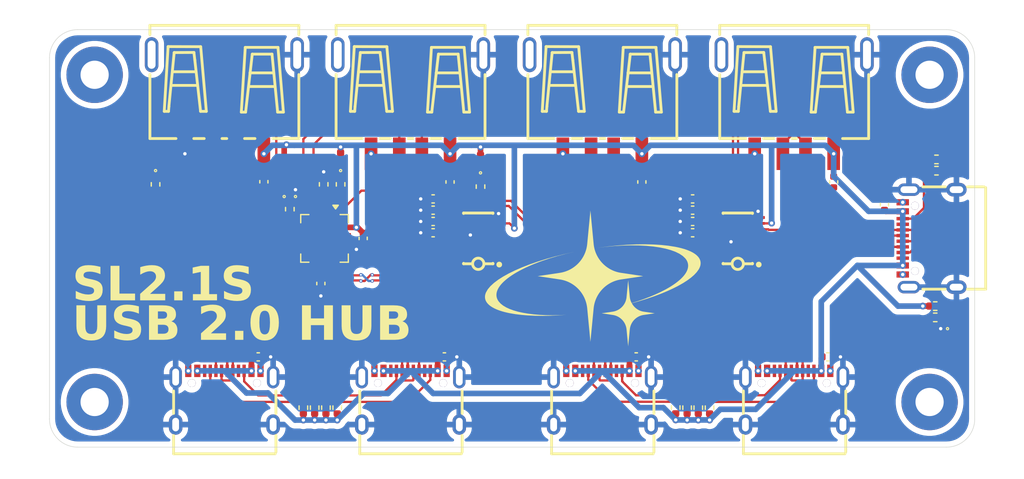
<source format=kicad_pcb>
(kicad_pcb (version 20241229) (generator "pcbnew") (generator_version "9.0")
  (layers (0 "F.Cu" signal) (2 "B.Cu" signal) (13 "F.Paste" user) (15 "B.Paste" user) (5 "F.SilkS" user "F.Silkscreen") (7 "B.SilkS" user "B.Silkscreen") (1 "F.Mask" user) (3 "B.Mask" user) (25 "Edge.Cuts" user))
  (net 0 "")
  (net 1 "GND")
  (net 2 "Net-(U1-VDD33)")
  (net 3 "Net-(U1-VDD18)")
  (net 4 "VBUS")
  (net 5 "Net-(USB1-CC1)")
  (net 6 "Net-(USB1-CC2)")
  (net 7 "Net-(USB2-CC1)")
  (net 8 "Net-(USB2-CC2)")
  (net 9 "Net-(USB3-CC1)")
  (net 10 "Net-(USB3-CC2)")
  (net 11 "Net-(USB4-CC1)")
  (net 12 "Net-(USB4-CC2)")
  (net 13 "Net-(USB5-CC1)")
  (net 14 "Net-(USB5-CC2)")
  (net 15 "/UP_D-")
  (net 16 "/D3-")
  (net 17 "/D2+")
  (net 19 "/D4+")
  (net 20 "/UP_D+")
  (net 21 "/D1+")
  (net 22 "/D1-")
  (net 23 "/D4-")
  (net 24 "/D2-")
  (net 25 "/D3+")
  (net 36 "Net-(R11-Pad2)")
  (net 37 "Net-(D1-A)")
  (net 38 "Net-(U2-VDD33)")
  (net 39 "Net-(U2-VDD18)")
  (net 40 "Net-(U3-VUSB)")
  (net 41 "/D7+")
  (net 43 "/D8-")
  (net 44 "/D5+")
  (net 45 "/D6+")
  (net 46 "/D7-")
  (net 47 "/D6-")
  (net 48 "/D8+")
  (net 49 "/D5-")
  (net 51 "/LED_UTX")
  (net 52 "/URX")
  (net 53 "/UTX")
  (net 54 "Net-(D2-K)")
  (net 55 "Net-(D3-K)")
  (net 56 "Net-(D4-K)")
  (net 57 "/SDA")
  (net 58 "/LED_URX")
  (net 61 "/SCL")
  (net 62 "Net-(D5-K)")
  (net 63 "/LED_I2C")
  (net 64 "/USB_CFG")
  (net 65 "Net-(U3-~{RST})")
  (footprint "Resistor_SMD:R_0402_1005Metric" (layer "F.Cu") (at 123.4 63.709999 90)
    (property "Reference" "R15" (hide yes))
    (property "Value" "5.1K")
  )
  (footprint "easyeda2kicad:USB-A-TH_10.0QHHTZB6.3" (layer "F.Cu") (at 146 56.61 180)
    (property "Reference" "J1" (hide yes))
    (property "Value" "USB_A")
  )
  (footprint "Capacitor_SMD:C_0402_1005Metric" (layer "F.Cu") (at 171 66 180)
    (property "Reference" "C2" (hide yes))
    (property "Value" "100nF")
  )
  (footprint "Capacitor_SMD:C_0402_1005Metric" (layer "F.Cu") (at 148 65 180)
    (property "Reference" "C15" (hide yes))
    (property "Value" "10uF")
  )
  (footprint "Resistor_SMD:R_0402_1005Metric" (layer "F.Cu") (at 171.5 83.5 -90)
    (property "Reference" "R3" (hide yes))
    (property "Value" "56K")
  )
  (footprint "Resistor_SMD:R_0402_1005Metric" (layer "F.Cu") (at 192.61 62.5)
    (property "Reference" "R1" (hide yes))
    (property "Value" "5.1K")
  )
  (footprint "easyeda2kicad:USB-A-TH_10.0QHHTZB6.3" (layer "F.Cu") (at 180 56.61 180)
    (property "Reference" "J3" (hide yes))
    (property "Value" "USB_A")
  )
  (footprint "Capacitor_SMD:C_0402_1005Metric" (layer "F.Cu") (at 138.05 72.5 -90)
    (property "Reference" "C19" (hide yes))
    (property "Value" "1uF")
  )
  (footprint "Resistor_SMD:R_0402_1005Metric" (layer "F.Cu") (at 139.5 83.5 -90)
    (property "Reference" "R8" (hide yes))
    (property "Value" "56K")
  )
  (footprint "Capacitor_SMD:C_0402_1005Metric" (layer "F.Cu") (at 171 65 180)
    (property "Reference" "C1" (hide yes))
    (property "Value" "10uF")
  )
  (footprint "Capacitor_SMD:C_0402_1005Metric" (layer "F.Cu") (at 148 66 180)
    (property "Reference" "C16" (hide yes))
    (property "Value" "100nF")
  )
  (footprint "MountingHole:MountingHole_2.5mm_Pad_TopBottom" (layer "F.Cu") (at 118 54)
    (property "Reference" "H3" (hide yes))
    (property "Value" "MountingHole_Pad_MP")
  )
  (footprint "LED_SMD:LED_0402_1005Metric" (layer "F.Cu") (at 139.8 61.4 90)
    (property "Reference" "D3" (hide yes))
    (property "Value" "LED")
  )
  (footprint "Capacitor_SMD:C_0402_1005Metric" (layer "F.Cu") (at 141.8 68.5 -90)
    (property "Reference" "C20" (hide yes))
    (property "Value" "1uF")
  )
  (footprint "MountingHole:MountingHole_2.5mm_Pad_TopBottom" (layer "F.Cu") (at 118 83)
    (property "Reference" "H4" (hide yes))
    (property "Value" "MountingHole_Pad_MP")
  )
  (footprint "Capacitor_SMD:C_0402_1005Metric" (layer "F.Cu") (at 166.5 63.5 -90)
    (property "Reference" "C6" (hide yes))
    (property "Value" "1uF")
  )
  (footprint "Capacitor_SMD:C_0402_1005Metric" (layer "F.Cu") (at 148 68 180)
    (property "Reference" "C17" (hide yes))
    (property "Value" "10uF")
  )
  (footprint "easyeda2kicad:SSOP-16_L4.6-W2.6-P0.53-LS4.0-BL" (layer "F.Cu") (at 175 68.5 90)
    (property "Reference" "U1" (hide yes))
    (property "Value" "SL2.1S")
  )
  (footprint "Capacitor_SMD:C_0402_1005Metric" (layer "F.Cu") (at 182.98 79)
    (property "Reference" "C14" (hide yes))
    (property "Value" "1uF")
  )
  (footprint "easyeda2kicad:USB-C-SMD_TYPE-C-6PIN-2MD-073" (layer "F.Cu") (at 146 82.62)
    (property "Reference" "USB4" (hide yes))
    (property "Value" "TYPE-C 16PIN 2MD(073)")
  )
  (footprint "MountingHole:MountingHole_2.5mm_Pad_TopBottom" (layer "F.Cu") (at 192 54)
    (property "Reference" "H1" (hide yes))
    (property "Value" "MountingHole_Pad_MP")
  )
  (footprint "Resistor_SMD:R_0402_1005Metric" (layer "F.Cu") (at 136.5 83.5 -90)
    (property "Reference" "R5" (hide yes))
    (property "Value" "56K")
  )
  (footprint "easyeda2kicad:USB-A-TH_10.0QHHTZB6.3" (layer "F.Cu") (at 163 56.61 180)
    (property "Reference" "J4" (hide yes))
    (property "Value" "USB_A")
  )
  (footprint "LED_SMD:LED_0402_1005Metric" (layer "F.Cu") (at 123.4 61.4 90)
    (property "Reference" "D4" (hide yes))
    (property "Value" "LED")
  )
  (footprint "Capacitor_SMD:C_0402_1005Metric" (layer "F.Cu") (at 171 67 180)
    (property "Reference" "C4" (hide yes))
    (property "Value" "100nF")
  )
  (footprint "Resistor_SMD:R_0402_1005Metric" (layer "F.Cu") (at 135.3 65.909999 90)
    (property "Reference" "R16" (hide yes))
    (property "Value" "5.1K")
  )
  (footprint "easyeda2kicad:USB-C-SMD_TYPE-C-6PIN-2MD-073" (layer "F.Cu") (at 129.5 82.62)
    (property "Reference" "USB3" (hide yes))
    (property "Value" "TYPE-C 16PIN 2MD(073)")
  )
  (footprint "LED_SMD:LED_0402_1005Metric" (layer "F.Cu") (at 134.8 63.7 90)
    (property "Reference" "D5" (hide yes))
    (property "Value" "LED")
  )
  (footprint "Package_DFN_QFN:QFN-16-1EP_4x4mm_P0.65mm_EP2.5x2.5mm" (layer "F.Cu") (at 138.375 68.5 -90)
    (property "Reference" "U3" (hide yes))
    (property "Value" "MCP2221AxML")
  )
  (footprint "Capacitor_SMD:C_0402_1005Metric" (layer "F.Cu") (at 133 63.48 -90)
    (property "Reference" "C8" (hide yes))
    (property "Value" "1uF")
  )
  (footprint "Resistor_SMD:R_0402_1005Metric" (layer "F.Cu") (at 138.5 83.5 -90)
    (property "Reference" "R7" (hide yes))
    (property "Value" "56K")
  )
  (footprint "Resistor_SMD:R_0402_1005Metric" (layer "F.Cu") (at 192.5 74.5)
    (property "Reference" "R11" (hide yes))
    (property "Value" "5.1K")
  )
  (footprint "MountingHole:MountingHole_2.5mm_Pad_TopBottom" (layer "F.Cu") (at 192 83)
    (property "Reference" "H2" (hide yes))
    (property "Value" "MountingHole_Pad_MP")
  )
  (footprint "LED_SMD:LED_0402_1005Metric" (layer "F.Cu") (at 152.2 61.6 90)
    (property "Reference" "D2" (hide yes))
    (property "Value" "LED")
  )
  (footprint "Capacitor_SMD:C_0402_1005Metric" (layer "F.Cu") (at 188 65.5 90)
    (property "Reference" "C11" (hide yes))
    (property "Value" "1uF")
  )
  (footprint "Resistor_SMD:R_0402_1005Metric" (layer "F.Cu") (at 152.2 63.909999 90)
    (property "Reference" "R13" (hide yes))
    (property "Value" "5.1K")
  )
  (footprint "Capacitor_SMD:C_0402_1005Metric" (layer "F.Cu") (at 183.5 63.5 -90)
    (property "Reference" "C5" (hide yes))
    (property "Value" "1uF")
  )
  (footprint "LED_SMD:LED_0402_1005Metric" (layer "F.Cu") (at 192.5 76.5 180)
    (property "Reference" "D1" (hide yes))
    (property "Value" "LED")
  )
  (footprint "Resistor_SMD:R_0402_1005Metric" (layer "F.Cu") (at 169.5 83.489289 -90)
    (property "Reference" "R9" (hide yes))
    (property "Value" "56K")
  )
  (footprint "Capacitor_SMD:C_0402_1005Metric" (layer "F.Cu") (at 149 79)
    (property "Reference" "C10" (hide yes))
    (property "Value" "1uF")
  )
  (footprint "Resistor_SMD:R_0402_1005Metric" (layer "F.Cu") (at 170.51 83.5 -90)
    (property "Reference" "R10" (hide yes))
    (property "Value" "56K")
  )
  (footprint "Capacitor_SMD:C_0402_1005Metric" (layer "F.Cu") (at 149.5 63.5 -90)
    (property "Reference" "C7" (hide yes))
    (property "Value" "1uF")
  )
  (footprint "easyeda2kicad:USB-C-SMD_TYPE-C-6PIN-2MD-073" (layer "F.Cu") (at 180 82.62)
    (property "Reference" "USB2" (hide yes))
    (property "Value" "TYPE-C 16PIN 2MD(073)")
  )
  (footprint "Resistor_SMD:R_0402_1005Metric" (layer "F.Cu") (at 138.3 63.709999 90)
    (property "Reference" "SW1" (hide yes))
    (property "Value" "SW_Push_45deg")
  )
  (footprint "easyeda2kicad:USB-C-SMD_TYPE-C-6PIN-2MD-073" (layer "F.Cu") (at 192 68.5 90)
    (property "Reference" "USB1" (hide yes))
    (property "Value" "TYPE-C 16PIN 2MD(073)")
  )
  (footprint "Resistor_SMD:R_0402_1005Metric" (layer "F.Cu") (at 172.5 83.5 -90)
    (property "Reference" "R4" (hide yes))
    (property "Value" "56K")
  )
  (footprint "Capacitor_SMD:C_0402_1005Metric" (layer "F.Cu") (at 132.5 79)
    (property "Reference" "C12" (hide yes))
    (property "Value" "1uF")
  )
  (footprint "easyeda2kicad:USB-C-SMD_TYPE-C-6PIN-2MD-073" (layer "F.Cu") (at 163 82.62)
    (property "Reference" "USB5" (hide yes))
    (property "Value" "TYPE-C 16PIN 2MD(073)")
  )
  (footprint "Resistor_SMD:R_0402_1005Metric" (layer "F.Cu") (at 139.8 63.709999 90)
    (property "Reference" "R14" (hide yes))
    (property "Value" "5.1K")
  )
  (footprint "Resistor_SMD:R_0402_1005Metric" (layer "F.Cu") (at 192.61 61.5)
    (property "Reference" "R2" (hide yes))
    (property "Value" "5.1K")
  )
  (footprint "Capacitor_SMD:C_0402_1005Metric" (layer "F.Cu") (at 148 67 180)
    (property "Reference" "C18" (hide yes))
    (property "Value" "100nF")
  )
  (footprint "Resistor_SMD:R_0402_1005Metric" (layer "F.Cu") (at 192.5 75.5 180)
    (property "Reference" "R12" (hide yes))
    (property "Value" "5.1K")
  )
  (footprint "easyeda2kicad:SSOP-16_L4.6-W2.6-P0.53-LS4.0-BL" (layer "F.Cu") (at 152 68.5 90)
    (property "Reference" "U2" (hide yes))
    (property "Value" "SL2.1S")
  )
  (footprint "Capacitor_SMD:C_0402_1005Metric" (layer "F.Cu") (at 166 79)
    (property "Reference" "C13" (hide yes))
    (property "Value" "1uF")
  )
  (footprint "easyeda2kicad:USB-A-TH_10.0QHHTZB6.3" (layer "F.Cu") (at 129.5 56.61 180)
    (property "Reference" "J2" (hide yes))
    (property "Value" "USB_A")
  )
  (footprint "Capacitor_SMD:C_0402_1005Metric" (layer "F.Cu") (at 171 68 180)
    (property "Reference" "C3" (hide yes))
    (property "Value" "10uF")
  )
  (footprint "LED_SMD:LED_0402_1005Metric" (layer "F.Cu") (at 135.8 63.7 90)
    (property "Reference" "D6" (hide yes))
    (property "Value" "LED")
  )
  (footprint "Resistor_SMD:R_0402_1005Metric" (layer "F.Cu") (at 137.5 83.5 -90)
    (property "Reference" "R6" (hide yes))
    (property "Value" "56K")
  )
  (gr_poly (pts (xy 167.514338 69.038639) (xy 168.210848 69.081785) (xy 168.856983 69.150445) (xy 169.448467 69.24415) (xy 169.722379 69.30025) (xy 169.981024 69.362436) (xy 170.223869 69.43065) (xy 170.450379 69.504835) (xy 170.660019 69.584931) (xy 170.852256 69.67088) (xy 171.026553 69.762624) (xy 171.182378 69.860105) (xy 171.319196 69.963265) (xy 171.436472 70.072044) (xy 171.533671 70.186385) (xy 171.61026 70.30623) (xy 171.665704 70.431519) (xy 171.699468 70.562195) (xy 171.697616 70.560343) (xy 171.708642 70.673654) (xy 171.703718 70.788465) (xy 171.683142 70.90464) (xy 171.647208 71.02204) (xy 171.596212 71.140528) (xy 171.530452 71.259967) (xy 171.355819 71.501144) (xy 171.125678 71.744469) (xy 170.842398 71.988842) (xy 170.508346 72.233161) (xy 170.125891 72.476323) (xy 169.697402 72.717229) (xy 169.225247 72.954776) (xy 168.711794 73.187862) (xy 168.159413 73.415387) (xy 167.570471 73.636249) (xy 166.947336 73.849346) (xy 166.292378 74.053577) (xy 165.607965 74.247841) (xy 165.649444 74.319544) (xy 165.69463 74.38869) (xy 165.743407 74.455106) (xy 165.795662 74.518621) (xy 165.851282 74.579066) (xy 165.910151 74.636269) (xy 165.972157 74.690058) (xy 166.037185 74.740264) (xy 166.105122 74.786715) (xy 166.175853 74.82924) (xy 166.249264 74.867668) (xy 166.325242 74.901829) (xy 166.403673 74.931551) (xy 166.484442 74.956664) (xy 166.567436 74.976997) (xy 166.65254 74.992379) (xy 167.641552 75.138694) (xy 166.652539 75.285008) (xy 166.59169 75.295471) (xy 166.531762 75.308417) (xy 166.472811 75.323791) (xy 166.41489 75.341536) (xy 166.358052 75.361597) (xy 166.302353 75.383918) (xy 166.247845 75.408442) (xy 166.194582 75.435113) (xy 166.14262 75.463877) (xy 166.09201 75.494676) (xy 166.042808 75.527455) (xy 165.995067 75.562158) (xy 165.948842 75.598729) (xy 165.904186 75.637112) (xy 165.861152 75.677251) (xy 165.819796 75.71909) (xy 165.780171 75.762573) (xy 165.74233 75.807644) (xy 165.706328 75.854247) (xy 165.672219 75.902326) (xy 165.640056 75.951826) (xy 165.609894 76.00269) (xy 165.581786 76.054863) (xy 165.555787 76.108287) (xy 165.53195 76.162909) (xy 165.510329 76.21867) (xy 165.490979 76.275517) (xy 165.473952 76.333392) (xy 165.459303 76.392239) (xy 165.447086 76.452003) (xy 165.437355 76.512628) (xy 165.430164 76.574058) (xy 165.285701 78.070542) (xy 165.143092 76.574058) (xy 165.135906 76.512628) (xy 165.12619 76.452003) (xy 165.113997 76.392239) (xy 165.09938 76.333392) (xy 165.082392 76.275517) (xy 165.063086 76.218671) (xy 165.041514 76.162909) (xy 165.01773 76.108288) (xy 164.991786 76.054863) (xy 164.963735 76.002691) (xy 164.933631 75.951827) (xy 164.901526 75.902327) (xy 164.867473 75.854247) (xy 164.831525 75.807644) (xy 164.793735 75.762573) (xy 164.754155 75.71909) (xy 164.71284 75.677251) (xy 164.66984 75.637112) (xy 164.625211 75.59873) (xy 164.579003 75.562159) (xy 164.531271 75.527456) (xy 164.482067 75.494677) (xy 164.431445 75.463877) (xy 164.379456 75.435114) (xy 164.326154 75.408442) (xy 164.271592 75.383918) (xy 164.215823 75.361597) (xy 164.158899 75.341536) (xy 164.100874 75.323791) (xy 164.0418 75.308417) (xy 163.98173 75.295471) (xy 163.920718 75.285008) (xy 162.933557 75.138694) (xy 163.920718 74.992379) (xy 163.981567 74.981916) (xy 164.041494 74.968969) (xy 164.100446 74.953596) (xy 164.158367 74.93585) (xy 164.215204 74.91579) (xy 164.270904 74.893469) (xy 164.325412 74.868945) (xy 164.378674 74.842273) (xy 164.430637 74.81351) (xy 164.481246 74.78271) (xy 164.530448 74.749931) (xy 164.578189 74.715228) (xy 164.624414 74.678657) (xy 164.669071 74.640275) (xy 164.712104 74.600136) (xy 164.75346 74.558297) (xy 164.793086 74.514814) (xy 164.830926 74.469743) (xy 164.866928 74.42314) (xy 164.901038 74.37506) (xy 164.9332 74.32556) (xy 164.963362 74.274696) (xy 164.99147 74.222524) (xy 165.017469 74.169099) (xy 165.041306 74.114478) (xy 165.062927 74.058716) (xy 165.082278 74.00187) (xy 165.099304 73.943995) (xy 165.113953 73.885147) (xy 165.12617 73.825383) (xy 165.135901 73.764759) (xy 165.143092 73.703329) (xy 165.285701 72.206845) (xy 165.430164 73.703328) (xy 165.434173 73.739229) (xy 165.439229 73.774706) (xy 165.445295 73.809771) (xy 165.452332 73.844434) (xy 165.460302 73.878706) (xy 165.469167 73.912599) (xy 165.47889 73.946123) (xy 165.489432 73.979288) (xy 165.500755 74.012107) (xy 165.512822 74.044589) (xy 165.525593 74.076745) (xy 165.539033 74.108587) (xy 165.567762 74.17137) (xy 165.598704 74.233024) (xy 166.167539 74.052386) (xy 166.710844 73.862531) (xy 167.226748 73.664402) (xy 167.713379 73.45894) (xy 168.168864 73.247086) (xy 168.591331 73.029781) (xy 168.789599 72.919379) (xy 168.97891 72.807968) (xy 169.15903 72.695664) (xy 169.329727 72.582586) (xy 169.490765 72.468852) (xy 169.64191 72.354579) (xy 169.78293 72.239884) (xy 169.913589 72.124887) (xy 170.033653 72.009703) (xy 170.14289 71.894451) (xy 170.241064 71.779249) (xy 170.327941 71.664213) (xy 170.403289 71.549463) (xy 170.466872 71.435115) (xy 170.518457 71.321288) (xy 170.557809 71.208098) (xy 170.584696 71.095664) (xy 170.598882 70.984103) (xy 170.600133 70.873533) (xy 170.588216 70.764072) (xy 170.556074 70.633826) (xy 170.5051 70.508444) (xy 170.435757 70.387993) (xy 170.348509 70.272539) (xy 170.122151 70.056896) (xy 169.829731 69.86205) (xy 169.474955 69.688539) (xy 169.061528 69.536901) (xy 168.593159 69.407672) (xy 168.073551 69.301389) (xy 167.506411 69.218591) (xy 166.895445 69.159814) (xy 166.244359 69.125594) (xy 165.556859 69.11647) (xy 164.836651 69.132979) (xy 164.087441 69.175657) (xy 163.312935 69.245043) (xy 162.516838 69.341672) (xy 163.42581 69.22194) (xy 164.31006 69.13052) (xy 165.165314 69.066947) (xy 165.987296 69.030754) (xy 166.771729 69.021473)) (fill yes) (layer "F.SilkS"))
  (gr_poly (pts (xy 162.22606 68.993481) (xy 162.240416 69.115482) (xy 162.2598 69.235896) (xy 162.284106 69.354609) (xy 162.313228 69.47151) (xy 162.347061 69.586485) (xy 162.3855 69.699424) (xy 162.42844 69.810213) (xy 162.475774 69.918741) (xy 162.527397 70.024894) (xy 162.583204 70.128562) (xy 162.643089 70.229631) (xy 162.706947 70.32799) (xy 162.774673 70.423525) (xy 162.846161 70.516126) (xy 162.921305 70.605679) (xy 163 70.692072) (xy 163.08214 70.775194) (xy 163.167621 70.854931) (xy 163.256336 70.931172) (xy 163.348181 71.003804) (xy 163.443049 71.072716) (xy 163.540835 71.137794) (xy 163.641434 71.198927) (xy 163.74474 71.256002) (xy 163.850648 71.308908) (xy 163.959052 71.357531) (xy 164.069847 71.40176) (xy 164.182928 71.441482) (xy 164.298188 71.476585) (xy 164.415523 71.506958) (xy 164.534827 71.532486) (xy 164.655994 71.553059) (xy 166.619202 71.845689) (xy 164.655994 72.138319) (xy 164.534827 72.159054) (xy 164.415523 72.184725) (xy 164.298188 72.21522) (xy 164.182928 72.250427) (xy 164.069847 72.290236) (xy 163.959052 72.334534) (xy 163.850648 72.383212) (xy 163.74474 72.436157) (xy 163.641434 72.493258) (xy 163.540835 72.554404) (xy 163.443049 72.619484) (xy 163.348181 72.688387) (xy 163.256336 72.761001) (xy 163.167621 72.837216) (xy 163.08214 72.916919) (xy 163 73) (xy 162.921305 73.086348) (xy 162.846161 73.17585) (xy 162.774673 73.268397) (xy 162.706947 73.363877) (xy 162.643089 73.462178) (xy 162.583204 73.563189) (xy 162.527397 73.666799) (xy 162.475774 73.772897) (xy 162.42844 73.881372) (xy 162.3855 73.992112) (xy 162.347061 74.105007) (xy 162.313228 74.219944) (xy 162.284106 74.336813) (xy 162.2598 74.455502) (xy 162.240416 74.575901) (xy 162.22606 74.697897) (xy 161.94084 77.670491) (xy 161.655618 74.697897) (xy 161.641262 74.575732) (xy 161.621879 74.455177) (xy 161.597573 74.336341) (xy 161.568451 74.219336) (xy 161.534618 74.104274) (xy 161.496179 73.991266) (xy 161.453239 73.880423) (xy 161.405905 73.771856) (xy 161.354282 73.665676) (xy 161.298475 73.561995) (xy 161.23859 73.460924) (xy 161.174731 73.362574) (xy 161.107006 73.267057) (xy 161.035518 73.174483) (xy 160.960374 73.084964) (xy 160.881679 72.998611) (xy 160.799539 72.915536) (xy 160.714058 72.835848) (xy 160.625343 72.759661) (xy 160.533498 72.687085) (xy 160.43863 72.618231) (xy 160.340844 72.55321) (xy 160.240245 72.492135) (xy 160.136939 72.435115) (xy 160.031031 72.382262) (xy 159.922627 72.333688) (xy 159.811832 72.289503) (xy 159.698752 72.24982) (xy 159.583491 72.214748) (xy 159.466156 72.1844) (xy 159.346853 72.158886) (xy 159.225685 72.138319) (xy 157.262478 71.845689) (xy 159.225685 71.553059) (xy 159.346853 71.532323) (xy 159.466156 71.506653) (xy 159.583491 71.476158) (xy 159.698752 71.440951) (xy 159.811832 71.401142) (xy 159.922627 71.356844) (xy 160.031031 71.308166) (xy 160.136939 71.255221) (xy 160.240245 71.19812) (xy 160.340844 71.136974) (xy 160.43863 71.071894) (xy 160.533498 71.002991) (xy 160.625343 70.930377) (xy 160.714058 70.854162) (xy 160.799539 70.774459) (xy 160.881679 70.691378) (xy 160.960374 70.60503) (xy 161.035518 70.515528) (xy 161.107006 70.422981) (xy 161.174731 70.327501) (xy 161.23859 70.2292) (xy 161.298475 70.128189) (xy 161.354282 70.024579) (xy 161.405905 69.91848) (xy 161.453239 69.810006) (xy 161.496179 69.699265) (xy 161.534618 69.586371) (xy 161.568451 69.471434) (xy 161.597573 69.354565) (xy 161.621879 69.235876) (xy 161.641262 69.115477) (xy 161.655618 68.993481) (xy 161.94084 66.020887)) (fill yes) (layer "F.SilkS"))
  (gr_poly (pts (xy 159.738848 69.874614) (xy 159.010678 70.067317) (xy 158.314815 70.275609) (xy 157.654367 70.497865) (xy 157.338396 70.613721) (xy 157.032444 70.732459) (xy 156.736901 70.853876) (xy 156.452155 70.977768) (xy 156.178595 71.103932) (xy 155.916609 71.232164) (xy 155.666586 71.362263) (xy 155.428915 71.494025) (xy 155.203985 71.627246) (xy 154.992183 71.761724) (xy 154.793898 71.897255) (xy 154.60952 72.033636) (xy 154.439437 72.170664) (xy 154.284038 72.308136) (xy 154.14371 72.445849) (xy 154.018843 72.5836) (xy 153.909826 72.721185) (xy 153.817047 72.858401) (xy 153.740894 72.995046) (xy 153.681757 73.130916) (xy 153.640024 73.265808) (xy 153.616083 73.399518) (xy 153.610324 73.531844) (xy 153.623134 73.662583) (xy 153.623134 73.662584) (xy 153.6493 73.773528) (xy 153.689064 73.88096) (xy 153.742142 73.98484) (xy 153.808252 74.085126) (xy 153.97844 74.274761) (xy 154.197367 74.449545) (xy 154.462773 74.609158) (xy 154.772399 74.75328) (xy 155.123984 74.88159) (xy 155.515269 74.993768) (xy 155.943993 75.089495) (xy 156.407897 75.16845) (xy 156.90472 75.230313) (xy 157.432204 75.274764) (xy 157.988087 75.301483) (xy 158.57011 75.310149) (xy 159.176013 75.300443) (xy 159.803536 75.272044) (xy 159.071218 75.323271) (xy 158.363776 75.354219) (xy 157.683947 75.365183) (xy 157.034469 75.356458) (xy 156.418078 75.328341) (xy 155.837513 75.281127) (xy 155.295511 75.215112) (xy 154.794808 75.130591) (xy 154.5608 75.081483) (xy 154.338144 75.02786) (xy 154.127181 74.969759) (xy 153.928254 74.907216) (xy 153.741705 74.840268) (xy 153.567877 74.768953) (xy 153.407111 74.693307) (xy 153.25975 74.613367) (xy 153.126135 74.529171) (xy 153.00661 74.440755) (xy 152.901516 74.348156) (xy 152.811195 74.251412) (xy 152.735989 74.150558) (xy 152.676242 74.045633) (xy 152.632294 73.936673) (xy 152.604488 73.823714) (xy 152.592986 73.692592) (xy 152.602631 73.55947) (xy 152.632972 73.424564) (xy 152.68356 73.288086) (xy 152.843683 73.011275) (xy 153.079403 72.730753) (xy 153.387127 72.448235) (xy 153.76326 72.165434) (xy 154.204206 71.884065) (xy 154.706372 71.605844) (xy 155.266161 71.332485) (xy 155.879981 71.065701) (xy 156.544235 70.807209) (xy 157.25533 70.558723) (xy 158.00967 70.321956) (xy 158.803661 70.098625) (xy 159.633707 69.890443) (xy 160.496215 69.699125)) (fill yes) (layer "F.SilkS"))
  (gr_line (start 193.5 87) (end 116.5 87) (stroke (width 0.05)) (layer "Edge.Cuts"))
  (gr_arc (start 193.5 50) (mid 195.267767 50.732233) (end 196 52.5) (stroke (width 0.05)) (layer "Edge.Cuts"))
  (gr_arc (start 116.5 87) (mid 114.732233 86.267767) (end 114 84.5) (stroke (width 0.05)) (layer "Edge.Cuts"))
  (gr_line (start 114 84.5) (end 114 52.5) (stroke (width 0.05)) (layer "Edge.Cuts"))
  (gr_arc (start 196 84.5) (mid 195.267767 86.267767) (end 193.5 87) (stroke (width 0.05)) (layer "Edge.Cuts"))
  (gr_line (start 116.5 50) (end 193.5 50) (stroke (width 0.05)) (layer "Edge.Cuts"))
  (gr_line (start 196 52.5) (end 196 84.5) (stroke (width 0.05)) (layer "Edge.Cuts"))
  (gr_arc (start 114 52.5) (mid 114.732233 50.732233) (end 116.5 50) (stroke (width 0.05)) (layer "Edge.Cuts"))
  (gr_text "USB 2.0 HUB" (at 116 78 0) (layer "F.SilkS") (effects (font (size 3 3) (thickness 0.1)) (justify left bottom)))
  (gr_text "SL2.1S" (at 116 74.5 0) (layer "F.SilkS") (effects (font (size 3 3) (thickness 0.1)) (justify left bottom)))
  (segment (start 150.2 68.24) (end 151.26 68.24) (width 0.2) (layer "F.Cu") (net 1))
  (segment (start 173.84 68.24) (end 174.4 68.8) (width 0.2) (layer "F.Cu") (net 1))
  (segment (start 153.8 66.65) (end 153.8 66.3) (width 0.2) (layer "F.Cu") (net 1))
  (segment (start 166.48 79) (end 167.1 79) (width 0.5) (layer "F.Cu") (net 1))
  (segment (start 183.46 79) (end 184.1 79) (width 0.5) (layer "F.Cu") (net 1))
  (segment (start 170.52 67) (end 169.9 67) (width 0.5) (layer "F.Cu") (net 1))
  (segment (start 138.05 72.98) (end 138.05 73.6) (width 0.5) (layer "F.Cu") (net 1))
  (segment (start 141.304999 69.475001) (end 141.8 68.98) (width 0.5) (layer "F.Cu") (net 1))
  (segment (start 170.52 66) (end 169.9 66) (width 0.5) (layer "F.Cu") (net 1))
  (segment (start 151.26 68.24) (end 151.3 68.2) (width 0.2) (layer "F.Cu") (net 1))
  (segment (start 170.52 65) (end 169.9 65) (width 0.5) (layer "F.Cu") (net 1))
  (segment (start 147.52 66) (end 146.9 66) (width 0.5) (layer "F.Cu") (net 1))
  (segment (start 147.52 65) (end 146.9 65) (width 0.5) (layer "F.Cu") (net 1))
  (segment (start 173.2 68.24) (end 173.84 68.24) (width 0.2) (layer "F.Cu") (net 1))
  (segment (start 176.8 66.65) (end 176.8 66.1) (width 0.2) (layer "F.Cu") (net 1))
  (segment (start 149.48 79) (end 150.1 79) (width 0.5) (layer "F.Cu") (net 1))
  (segment (start 141.2 69.475001) (end 141.304999 69.475001) (width 0.5) (layer "F.Cu") (net 1))
  (segment (start 170.52 68) (end 169.9 68) (width 0.5) (layer "F.Cu") (net 1))
  (segment (start 147.52 68) (end 146.9 68) (width 0.5) (layer "F.Cu") (net 1))
  (segment (start 138.3 63.2) (end 138.3 62.6) (width 0.5) (layer "F.Cu") (net 1))
  (segment (start 140.3125 69.475001) (end 141.2 69.475001) (width 0.5) (layer "F.Cu") (net 1))
  (segment (start 132.98 79) (end 133.6 79) (width 0.5) (layer "F.Cu") (net 1))
  (segment (start 147.52 67) (end 146.9 67) (width 0.5) (layer "F.Cu") (net 1))
  (via (at 169.9 65) (size 0.6) (drill 0.3) (layers "F.Cu" "B.Cu") (net 1))
  (via (at 146.9 66) (size 0.6) (drill 0.3) (layers "F.Cu" "B.Cu") (net 1))
  (via (at 126 61) (size 0.6) (drill 0.3) (layers "F.Cu" "B.Cu") (net 1))
  (via (at 176.8 66.1) (size 0.6) (drill 0.3) (layers "F.Cu" "B.Cu") (net 1))
  (via (at 126.3 80.24) (size 0.6) (drill 0.3) (layers "F.Cu" "B.Cu") (net 1))
  (via (at 166.2 80.24) (size 0.6) (drill 0.3) (layers "F.Cu" "B.Cu") (net 1))
  (via (at 189.62 71.7) (size 0.6) (drill 0.3) (layers "F.Cu" "B.Cu") (net 1))
  (via (at 150.1 79) (size 0.6) (drill 0.3) (layers "F.Cu" "B.Cu") (net 1))
  (via (at 189.62 65.3) (size 0.6) (drill 0.3) (layers "F.Cu" "B.Cu") (net 1))
  (via (at 135.8 64.185) (size 0.6) (drill 0.3) (layers "F.Cu" "B.Cu") (net 1))
  (via (at 146.9 68) (size 0.6) (drill 0.3) (layers "F.Cu" "B.Cu") (net 1))
  (via (at 149.2 80.24) (size 0.6) (drill 0.3) (layers "F.Cu" "B.Cu") (net 1))
  (via (at 138.3 62.6) (size 0.6) (drill 0.3) (layers "F.Cu" "B.Cu") (net 1))
  (via (at 159.8 80.24) (size 0.6) (drill 0.3) (layers "F.Cu" "B.Cu") (net 1))
  (via (at 132.7 80.24) (size 0.6) (drill 0.3) (layers "F.Cu" "B.Cu") (net 1))
  (via (at 174.4 68.8) (size 0.6) (drill 0.3) (layers "F.Cu" "B.Cu") (net 1))
  (via (at 176.8 80.24) (size 0.6) (drill 0.3) (layers "F.Cu" "B.Cu") (net 1))
  (via (at 151.3 68.2) (size 0.6) (drill 0.3) (layers "F.Cu" "B.Cu") (net 1))
  (via (at 138.05 73.6) (size 0.6) (drill 0.3) (layers "F.Cu" "B.Cu") (net 1))
  (via (at 192.985 76.5) (size 0.6) (drill 0.3) (layers "F.Cu" "B.Cu") (net 1))
  (via (at 184.1 79) (size 0.6) (drill 0.3) (layers "F.Cu" "B.Cu") (net 1))
  (via (at 169.9 67) (size 0.6) (drill 0.3) (layers "F.Cu" "B.Cu") (net 1))
  (via (at 146.9 65) (size 0.6) (drill 0.3) (layers "F.Cu" "B.Cu") (net 1))
  (via (at 176.5 61) (size 0.6) (drill 0.3) (layers "F.Cu" "B.Cu") (net 1))
  (via (at 169.9 68) (size 0.6) (drill 0.3) (layers "F.Cu" "B.Cu") (net 1))
  (via (at 146.9 67) (size 0.6) (drill 0.3) (layers "F.Cu" "B.Cu") (net 1))
  (via (at 167.1 79) (size 0.6) (drill 0.3) (layers "F.Cu" "B.Cu") (net 1))
  (via (at 159.5 61) (size 0.6) (drill 0.3) (layers "F.Cu" "B.Cu") (net 1))
  (via (at 169.9 66) (size 0.6) (drill 0.3) (layers "F.Cu" "B.Cu") (net 1))
  (via (at 133.6 79) (size 0.6) (drill 0.3) (layers "F.Cu" "B.Cu") (net 1))
  (via (at 142.8 80.24) (size 0.6) (drill 0.3) (layers "F.Cu" "B.Cu") (net 1))
  (via (at 142.5 61) (size 0.6) (drill 0.3) (layers "F.Cu" "B.Cu") (net 1))
  (via (at 183.2 80.24) (size 0.6) (drill 0.3) (layers "F.Cu" "B.Cu") (net 1))
  (via (at 141.2 69.475001) (size 0.6) (drill 0.3) (layers "F.Cu" "B.Cu") (net 1))
  (via (at 153.8 66.3) (size 0.6) (drill 0.3) (layers "F.Cu" "B.Cu") (net 1))
  (segment (start 172.13 66.65) (end 171.48 66) (width 0.2) (layer "F.Cu") (net 2))
  (segment (start 171.48 65) (end 171.48 66) (width 0.2) (layer "F.Cu") (net 2))
  (segment (start 173.2 66.65) (end 172.13 66.65) (width 0.2) (layer "F.Cu") (net 2))
  (segment (start 173.2 67.17) (end 171.65 67.17) (width 0.2) (layer "F.Cu") (net 3))
  (segment (start 171.48 68) (end 171.48 67) (width 0.2) (layer "F.Cu") (net 3))
  (segment (start 171.65 67.17) (end 171.48 67) (width 0.2) (layer "F.Cu") (net 3))
  (segment (start 171.5 84.009999) (end 171.5 84.6) (width 0.5) (layer "F.Cu") (net 4))
  (segment (start 154.77 67.17) (end 155.2 67.6) (width 0.2) (layer "F.Cu") (net 4))
  (segment (start 139.5 84.009999) (end 139.5 84.6) (width 0.5) (layer "F.Cu") (net 4))
  (segment (start 139.8 60.915) (end 139.8 60.4) (width 0.5) (layer "F.Cu") (net 4))
  (segment (start 131.9 79.12) (end 132.02 79) (width 0.5) (layer "F.Cu") (net 4))
  (segment (start 182.5 79) (end 182.4 79.1) (width 0.5) (layer "F.Cu") (net 4))
  (segment (start 148.4 79.12) (end 148.4 80.24) (width 0.5) (layer "F.Cu") (net 4))
  (segment (start 148.52 79) (end 148.4 79.12) (width 0.5) (layer "F.Cu") (net 4))
  (segment (start 169.5 83.999288) (end 169.5 84.589289) (width 0.5) (layer "F.Cu") (net 4))
  (segment (start 165.4 79.12) (end 165.4 80.24) (width 0.5) (layer "F.Cu") (net 4))
  (segment (start 141.2 67.524999) (end 141.304999 67.524999) (width 0.5) (layer "F.Cu") (net 4))
  (segment (start 149.5 63.02) (end 149.5 61) (width 0.5) (layer "F.Cu") (net 4))
  (segment (start 191.990001 74.5) (end 191.4 74.5) (width 0.5) (layer "F.Cu") (net 4))
  (segment (start 176.8 67.17) (end 177.975 67.17) (width 0.2) (layer "F.Cu") (net 4))
  (segment (start 183.5 63.02) (end 183.5 61) (width 0.5) (layer "F.Cu") (net 4))
  (segment (start 141.304999 67.524999) (end 141.8 68.02) (width 0.5) (layer "F.Cu") (net 4))
  (segment (start 137.5 84.009999) (end 137.5 84.6) (width 0.5) (layer "F.Cu") (net 4))
  (segment (start 166.5 63.02) (end 166.5 61) (width 0.5) (layer "F.Cu") (net 4))
  (segment (start 134.8 60.4) (end 135 60.2) (width 0.5) (layer "F.Cu") (net 4))
  (segment (start 188.12 66.1) (end 189.62 66.1) (width 0.5) (layer "F.Cu") (net 4))
  (segment (start 170.51 84.009999) (end 170.51 84.6) (width 0.5) (layer "F.Cu") (net 4))
  (segment (start 136.5 84.009999) (end 136.5 84.6) (width 0.5) (layer "F.Cu") (net 4))
  (segment (start 182.4 79.1) (end 182.4 80.24) (width 0.5) (layer "F.Cu") (net 4))
  (segment (start 140.3125 67.524999) (end 141.2 67.524999) (width 0.5) (layer "F.Cu") (net 4))
  (segment (start 165.52 79) (end 165.4 79.12) (width 0.5) (layer "F.Cu") (net 4))
  (segment (start 153.8 67.17) (end 154.77 67.17) (width 0.2) (layer "F.Cu") (net 4))
  (segment (start 188 65.98) (end 188.12 66.1) (width 0.5) (layer "F.Cu") (net 4))
  (segment (start 134.8 63.215) (end 134.8 60.4) (width 0.5) (layer "F.Cu") (net 4))
  (segment (start 177.975 67.17) (end 178 67.145) (width 0.2) (layer "F.Cu") (net 4))
  (segment (start 133 63) (end 133 61) (width 0.5) (layer "F.Cu") (net 4))
  (segment (start 138.5 84.009999) (end 138.5 84.6) (width 0.5) (layer "F.Cu") (net 4))
  (segment (start 131.9 80.24) (end 131.9 79.12) (width 0.5) (layer "F.Cu") (net 4))
  (segment (start 152.2 61.115) (end 152.2 60.4) (width 0.5) (layer "F.Cu") (net 4))
  (segment (start 172.5 84.009999) (end 172.5 84.6) (width 0.5) (layer "F.Cu") (net 4))
  (via (at 171.5 84.6) (size 0.6) (drill 0.3) (layers "F.Cu" "B.Cu") (net 4))
  (via (at 189.62 70.9) (size 0.6) (drill 0.3) (layers "F.Cu" "B.Cu") (net 4))
  (via (at 166.5 61) (size 0.6) (drill 0.3) (layers "F.Cu" "B.Cu") (net 4))
  (via (at 131.9 80.24) (size 0.6) (drill 0.3) (layers "F.Cu" "B.Cu") (net 4))
  (via (at 143.6 80.24) (size 0.6) (drill 0.3) (layers "F.Cu" "B.Cu") (net 4))
  (via (at 138.5 84.6) (size 0.6) (drill 0.3) (layers "F.Cu" "B.Cu") (net 4))
  (via (at 152.2 60.4) (size 0.6) (drill 0.3) (layers "F.Cu" "B.Cu") (net 4))
  (via (at 127.1 80.24) (size 0.6) (drill 0.3) (layers "F.Cu" "B.Cu") (net 4))
  (via (at 135 60.2) (size 0.6) (drill 0.3) (layers "F.Cu" "B.Cu") (net 4))
  (via (at 149.5 61) (size 0.6) (drill 0.3) (layers "F.Cu" "B.Cu") (net 4))
  (via (at 148.4 80.24) (size 0.6) (drill 0.3) (layers "F.Cu" "B.Cu") (net 4))
  (via (at 170.51 84.6) (size 0.6) (drill 0.3) (layers "F.Cu" "B.Cu") (net 4))
  (via (at 141.2 67.524999) (size 0.6) (drill 0.3) (layers "F.Cu" "B.Cu") (net 4))
  (via (at 160.6 80.24) (size 0.6) (drill 0.3) (layers "F.Cu" "B.Cu") (net 4))
  (via (at 155.2 67.6) (size 0.6) (drill 0.3) (layers "F.Cu" "B.Cu") (net 4))
  (via (at 172.5 84.6) (size 0.6) (drill 0.3) (layers "F.Cu" "B.Cu") (net 4))
  (via (at 165.4 80.24) (size 0.6) (drill 0.3) (layers "F.Cu" "B.Cu") (net 4))
  (via (at 189.62 66.1) (size 0.6) (drill 0.3) (layers "F.Cu" "B.Cu") (net 4))
  (via (at 137.5 84.6) (size 0.6) (drill 0.3) (layers "F.Cu" "B.Cu") (net 4))
  (via (at 139.8 60.4) (size 0.6) (drill 0.3) (layers "F.Cu" "B.Cu") (net 4))
  (via (at 182.4 80.24) (size 0.6) (drill 0.3) (layers "F.Cu" "B.Cu") (net 4))
  (via (at 136.5 84.6) (size 0.6) (drill 0.3) (layers "F.Cu" "B.Cu") (net 4))
  (via (at 183.5 61) (size 0.6) (drill 0.3) (layers "F.Cu" "B.Cu") (net 4))
  (via (at 191.4 74.5) (size 0.6) (drill 0.3) (layers "F.Cu" "B.Cu") (net 4))
  (via (at 169.5 84.589289) (size 0.6) (drill 0.3) (layers "F.Cu" "B.Cu") (net 4))
  (via (at 133 61) (size 0.6) (drill 0.3) (layers "F.Cu" "B.Cu") (net 4))
  (via (at 177.6 80.24) (size 0.6) (drill 0.3) (layers "F.Cu" "B.Cu") (net 4))
  (via (at 139.5 84.6) (size 0.6) (drill 0.3) (layers "F.Cu" "B.Cu") (net 4))
  (via (at 178 67.145) (size 0.6) (drill 0.3) (layers "F.Cu" "B.Cu") (net 4))
  (segment (start 160.999 82.241) (end 163 80.24) (width 0.5) (layer "B.Cu") (net 4))
  (segment (start 136.5 84.6) (end 135.764372 84.6) (width 0.5) (layer "B.Cu") (net 4))
  (segment (start 133.364372 82.2) (end 131.46 82.2) (width 0.5) (layer "B.Cu") (net 4))
  (segment (start 139.5 84.6) (end 141.859 82.241) (width 0.5) (layer "B.Cu") (net 4))
  (segment (start 155.2 60.249) (end 165.749 60.249) (width 0.5) (layer "B.Cu") (net 4))
  (segment (start 135.7 60.249) (end 141.2 60.249) (width 0.5) (layer "B.Cu") (net 4))
  (segment (start 183.5 63) (end 183.5 61) (width 0.5) (layer "B.Cu") (net 4))
  (segment (start 146 80.24) (end 148.001 82.241) (width 0.5) (layer "B.Cu") (net 4))
  (segment (start 129.5 80.24) (end 127.1 80.24) (width 0.5) (layer "B.Cu") (net 4))
  (segment (start 131.46 82.2) (end 129.5 80.24) (width 0.5) (layer "B.Cu") (net 4))
  (segment (start 178 60.249) (end 182.749 60.249) (width 0.5) (layer "B.Cu") (net 4))
  (segment (start 141.859 82.241) (end 143.999 82.241) (width 0.5) (layer "B.Cu") (net 4))
  (segment (start 172.489289 84.589289) (end 172.5 84.6) (width 0.5) (layer "B.Cu") (net 4))
  (segment (start 141.2 67.524999) (end 141.2 60.249) (width 0.5) (layer "B.Cu") (net 4))
  (segment (start 189.2 74.5) (end 185.6 70.9) (width 0.5) (layer "B.Cu") (net 4))
  (segment (start 163 80.24) (end 166.26 83.5) (width 0.5) (layer "B.Cu") (net 4))
  (segment (start 180 80.24) (end 177.6 80.24) (width 0.5) (layer "B.Cu") (net 4))
  (segment (start 163 80.24) (end 160.6 80.24) (width 0.5) (layer "B.Cu") (net 4))
  (segment (start 141.2 60.249) (end 148.749 60.249) (width 0.5) (layer "B.Cu") (net 4))
  (segment (start 150.251 60.249) (end 151.4 60.249) (width 0.5) (layer "B.Cu") (net 4))
  (segment (start 186.6 66.1) (end 183.5 63) (width 0.5) (layer "B.Cu") (net 4))
  (segment (start 172.5 84.6) (end 173.451 83.649) (width 0.5) (layer "B.Cu") (net 4))
  (segment (start 133.751 60.249) (end 135.7 60.249) (width 0.5) (layer "B.Cu") (net 4))
  (segment (start 189.62 66.1) (end 189.62 70.9) (width 0.5) (layer "B.Cu") (net 4))
  (segment (start 189.62 70.9) (end 185.6 70.9) (width 0.5) (layer "B.Cu") (net 4))
  (segment (start 173.451 83.649) (end 176.591 83.649) (width 0.5) (layer "B.Cu") (net 4))
  (segment (start 166.26 83.5) (end 168.410711 83.5) (width 0.5) (layer "B.Cu") (net 4))
  (segment (start 178 67.145) (end 178 60.249) (width 0.5) (layer "B.Cu") (net 4))
  (segment (start 143.999 82.241) (end 146 80.24) (width 0.5) (layer "B.Cu") (net 4))
  (segment (start 182.4 74.1) (end 182.4 80.24) (width 0.5) (layer "B.Cu") (net 4))
  (segment (start 191.4 74.5) (end 189.2 74.5) (width 0.5) (layer "B.Cu") (net 4))
  (segment (start 149.5 61) (end 150.251 60.249) (width 0.5) (layer "B.Cu") (net 4))
  (segment (start 148.001 82.241) (end 160.999 82.241) (width 0.5) (layer "B.Cu") (net 4))
  (segment (start 148.749 60.249) (end 149.5 61) (width 0.5) (layer "B.Cu") (net 4))
  (segment (start 182.4 80.24) (end 180 80.24) (width 0.5) (layer "B.Cu") (net 4))
  (segment (start 189.62 66.1) (end 186.6 66.1) (width 0.5) (layer "B.Cu") (net 4))
  (segment (start 139.5 84.6) (end 136.5 84.6) (width 0.5) (layer "B.Cu") (net 4))
  (segment (start 133 61) (end 133.751 60.249) (width 0.5) (layer "B.Cu") (net 4))
  (segment (start 151.4 60.249) (end 155.2 60.249) (width 0.5) (layer "B.Cu") (net 4))
  (segment (start 155.2 67.6) (end 155.2 60.249) (width 0.5) (layer "B.Cu") (net 4))
  (segment (start 169.5 84.589289) (end 172.489289 84.589289) (width 0.5) (layer "B.Cu") (net 4))
  (segment (start 146 80.24) (end 143.6 80.24) (width 0.5) (layer "B.Cu") (net 4))
  (segment (start 165.4 80.24) (end 163 80.24) (width 0.5) (layer "B.Cu") (net 4))
  (segment (start 168.410711 83.5) (end 169.5 84.589289) (width 0.5) (layer "B.Cu") (net 4))
  (segment (start 131.9 80.24) (end 129.5 80.24) (width 0.5) (layer "B.Cu") (net 4))
  (segment (start 166.5 61) (end 167.251 60.249) (width 0.5) (layer "B.Cu") (net 4))
  (segment (start 182.749 60.249) (end 183.5 61) (width 0.5) (layer "B.Cu") (net 4))
  (segment (start 165.749 60.249) (end 166.5 61) (width 0.5) (layer "B.Cu") (net 4))
  (segment (start 176.591 83.649) (end 180 80.24) (width 0.5) (layer "B.Cu") (net 4))
  (segment (start 148.4 80.24) (end 146 80.24) (width 0.5) (layer "B.Cu") (net 4))
  (segment (start 185.6 70.9) (end 182.4 74.1) (width 0.5) (layer "B.Cu") (net 4))
  (segment (start 167.251 60.249) (end 178 60.249) (width 0.5) (layer "B.Cu") (net 4))
  (segment (start 135.764372 84.6) (end 133.364372 82.2) (width 0.5) (layer "B.Cu") (net 4))
  (segment (start 192.1 62.5) (end 192.1 67.9) (width 0.2) (layer "F.Cu") (net 5))
  (segment (start 190.25 69.75) (end 189.619999 69.75) (width 0.2) (layer "F.Cu") (net 5))
  (segment (start 192.1 67.9) (end 190.25 69.75) (width 0.2) (layer "F.Cu") (net 5))
  (segment (start 191.5 65.801364) (end 191.5 62.1) (width 0.2) (layer "F.Cu") (net 6))
  (segment (start 190.551364 66.75) (end 191.5 65.801364) (width 0.2) (layer "F.Cu") (net 6))
  (segment (start 191.5 62.1) (end 192.1 61.5) (width 0.2) (layer "F.Cu") (net 6))
  (segment (start 189.62 66.75) (end 190.551364 66.75) (width 0.2) (layer "F.Cu") (net 6))
  (segment (start 178.75 81.05) (end 177.4 82.4) (width 0.2) (layer "F.Cu") (net 7))
  (segment (start 172.090001 82.4) (end 171.5 82.990001) (width 0.2) (layer "F.Cu") (net 7))
  (segment (start 177.4 82.4) (end 172.090001 82.4) (width 0.2) (layer "F.Cu") (net 7))
  (segment (start 178.75 80.239999) (end 178.75 81.05) (width 0.2) (layer "F.Cu") (net 7))
  (segment (start 181.75 81.041999) (end 181.75 80.24) (width 0.2) (layer "F.Cu") (net 8))
  (segment (start 179.801998 82.990001) (end 181.75 81.041999) (width 0.2) (layer "F.Cu") (net 8))
  (segment (start 172.5 82.990001) (end 179.801998 82.990001) (width 0.2) (layer "F.Cu") (net 8))
  (segment (start 128.25 81.042) (end 128.25 80.24) (width 0.2) (layer "F.Cu") (net 9))
  (segment (start 136.5 82.990001) (end 130.198001 82.990001) (width 0.2) (layer "F.Cu") (net 9))
  (segment (start 130.198001 82.990001) (end 128.25 81.042) (width 0.2) (layer "F.Cu") (net 9))
  (segment (start 132.497637 82.419001) (end 131.25 81.171364) (width 0.2) (layer "F.Cu") (net 10))
  (segment (start 136.929 82.419001) (end 132.497637 82.419001) (width 0.2) (layer "F.Cu") (net 10))
  (segment (start 131.25 81.171364) (end 131.25 80.24) (width 0.2) (layer "F.Cu") (net 10))
  (segment (start 137.5 82.990001) (end 136.929 82.419001) (width 0.2) (layer "F.Cu") (net 10))
  (segment (start 143.372999 82.419001) (end 139.071 82.419001) (width 0.2) (layer "F.Cu") (net 11))
  (segment (start 139.071 82.419001) (end 138.5 82.990001) (width 0.2) (layer "F.Cu") (net 11))
  (segment (start 144.75 81.042) (end 143.372999 82.419001) (width 0.2) (layer "F.Cu") (net 11))
  (segment (start 144.75 80.24) (end 144.75 81.042) (width 0.2) (layer "F.Cu") (net 11))
  (segment (start 139.5 82.990001) (end 145.801999 82.990001) (width 0.2) (layer "F.Cu") (net 12))
  (segment (start 145.801999 82.990001) (end 147.75 81.042) (width 0.2) (layer "F.Cu") (net 12))
  (segment (start 147.75 81.042) (end 147.75 80.24) (width 0.2) (layer "F.Cu") (net 12))
  (segment (start 161.75 81.042) (end 163.68729 82.97929) (width 0.2) (layer "F.Cu") (net 13))
  (segment (start 161.75 80.24) (end 161.75 81.042) (width 0.2) (layer "F.Cu") (net 13))
  (segment (start 163.68729 82.97929) (end 169.5 82.97929) (width 0.2) (layer "F.Cu") (net 13))
  (segment (start 164.75 81.15) (end 164.75 80.24) (width 0.2) (layer "F.Cu") (net 14))
  (segment (start 165.986926 82.40829) (end 164.8 81.221364) (width 0.2) (layer "F.Cu") (net 14))
  (segment (start 164.8 81.221364) (end 164.8 81.2) (width 0.2) (layer "F.Cu") (net 14))
  (segment (start 170.51 82.990001) (end 169.928289 82.40829) (width 0.2) (layer "F.Cu") (net 14))
  (segment (start 169.928289 82.40829) (end 165.986926 82.40829) (width 0.2) (layer "F.Cu") (net 14))
  (segment (start 164.8 81.2) (end 164.75 81.15) (width 0.2) (layer "F.Cu") (net 14))
  (segment (start 188.794999 68.25) (end 188.769999 68.225) (width 0.2) (layer "F.Cu") (net 15))
  (segment (start 188.769999 68.225) (end 178.827794 68.225) (width 0.2) (layer "F.Cu") (net 15))
  (segment (start 188.769 68.275999) (end 188.794999 68.25) (width 0.2) (layer "F.Cu") (net 15))
  (segment (start 188.794999 68.25) (end 189.62 68.25) (width 0.2) (layer "F.Cu") (net 15))
  (segment (start 188.818 69.25) (end 188.769 69.201) (width 0.2) (layer "F.Cu") (net 15))
  (segment (start 177.745001 68.195) (end 177.700001 68.24) (width 0.2) (layer "F.Cu") (net 15))
  (segment (start 178.827794 68.225) (end 178.797794 68.195) (width 0.2) (layer "F.Cu") (net 15))
  (segment (start 177.700001 68.24) (end 176.8 68.24) (width 0.2) (layer "F.Cu") (net 15))
  (segment (start 189.62 69.25) (end 188.818 69.25) (width 0.2) (layer "F.Cu") (net 15))
  (segment (start 188.769 69.201) (end 188.769 68.275999) (width 0.2) (layer "F.Cu") (net 15))
  (segment (start 178.797794 68.195) (end 177.745001 68.195) (width 0.2) (layer "F.Cu") (net 15))
  (segment (start 152.676802 68.195) (end 151.975 67.493198) (width 0.2) (layer "F.Cu") (net 16))
  (segment (start 172.259999 69.86) (end 172.299999 69.82) (width 0.2) (layer "F.Cu") (net 16))
  (segment (start 172.299999 69.82) (end 173.2 69.82) (width 0.2) (layer "F.Cu") (net 16))
  (segment (start 151.975 66.106802) (end 152.906802 65.175) (width 0.2) (layer "F.Cu") (net 16))
  (segment (start 159.578198 69.86) (end 172.259999 69.86) (width 0.2) (layer "F.Cu") (net 16))
  (segment (start 153.8 68.24) (end 153.325 68.24) (width 0.2) (layer "F.Cu") (net 16))
  (segment (start 153.325 68.24) (end 153.28 68.195) (width 0.2) (layer "F.Cu") (net 16))
  (segment (start 153.28 68.195) (end 152.676802 68.195) (width 0.2) (layer "F.Cu") (net 16))
  (segment (start 154.893198 65.175) (end 159.578198 69.86) (width 0.2) (layer "F.Cu") (net 16))
  (segment (start 151.975 67.493198) (end 151.975 66.106802) (width 0.2) (layer "F.Cu") (net 16))
  (segment (start 152.906802 65.175) (end 154.893198 65.175) (width 0.2) (layer "F.Cu") (net 16))
  (segment (start 180.725 71.606802) (end 180.725 79.389999) (width 0.2) (layer "F.Cu") (net 17))
  (segment (start 180.701 81.091) (end 180.75 81.042) (width 0.2) (layer "F.Cu") (net 17))
  (segment (start 180.75 81.042) (end 180.75 80.24) (width 0.2) (layer "F.Cu") (net 17))
  (segment (start 178.978198 69.86) (end 180.725 71.606802) (width 0.2) (layer "F.Cu") (net 17))
  (segment (start 179.75 80.24) (end 179.75 81.042) (width 0.2) (layer "F.Cu") (net 17))
  (segment (start 180.725 79.389999) (end 180.75 79.414999) (width 0.2) (layer "F.Cu") (net 17))
  (segment (start 176.8 69.82) (end 177.700001 69.82) (width 0.2) (layer "F.Cu") (net 17))
  (segment (start 177.700001 69.82) (end 177.740001 69.86) (width 0.2) (layer "F.Cu") (net 17))
  (segment (start 177.740001 69.86) (end 178.978198 69.86) (width 0.2) (layer "F.Cu") (net 17))
  (segment (start 179.799 81.091) (end 180.701 81.091) (width 0.2) (layer "F.Cu") (net 17))
  (segment (start 179.75 81.042) (end 179.799 81.091) (width 0.2) (layer "F.Cu") (net 17))
  (segment (start 180.75 79.414999) (end 180.75 80.24) (width 0.2) (layer "F.Cu") (net 17))
  (segment (start 172.299999 69.3) (end 172.254999 69.255) (width 0.2) (layer "F.Cu") (net 19))
  (segment (start 162 63.160001) (end 162 61) (width 0.2) (layer "F.Cu") (net 19))
  (segment (start 173.2 69.3) (end 172.299999 69.3) (width 0.2) (layer "F.Cu") (net 19))
  (segment (start 162.775 63.935001) (end 162 63.160001) (width 0.2) (layer "F.Cu") (net 19))
  (segment (start 166.436802 69.255) (end 162.775 65.593198) (width 0.2) (layer "F.Cu") (net 19))
  (segment (start 162.775 65.593198) (end 162.775 63.935001) (width 0.2) (layer "F.Cu") (net 19))
  (segment (start 172.254999 69.255) (end 166.436802 69.255) (width 0.2) (layer "F.Cu") (net 19))
  (segment (start 178.97 67.745) (end 177.745001 67.745) (width 0.2) (layer "F.Cu") (net 20))
  (segment (start 177.745001 67.745) (end 177.700001 67.7) (width 0.2) (layer "F.Cu") (net 20))
  (segment (start 190.422 67.75) (end 189.62 67.75) (width 0.2) (layer "F.Cu") (net 20))
  (segment (start 189.62 67.75) (end 188.794999 67.75) (width 0.2) (layer "F.Cu") (net 20))
  (segment (start 189.62 68.75) (end 190.422 68.75) (width 0.2) (layer "F.Cu") (net 20))
  (segment (start 177.700001 67.7) (end 176.8 67.7) (width 0.2) (layer "F.Cu") (net 20))
  (segment (start 188.794999 67.75) (end 188.769999 67.775) (width 0.2) (layer "F.Cu") (net 20))
  (segment (start 188.769999 67.775) (end 179 67.775) (width 0.2) (layer "F.Cu") (net 20))
  (segment (start 190.471 68.701) (end 190.471 67.799) (width 0.2) (layer "F.Cu") (net 20))
  (segment (start 190.471 67.799) (end 190.422 67.75) (width 0.2) (layer "F.Cu") (net 20))
  (segment (start 190.422 68.75) (end 190.471 68.701) (width 0.2) (layer "F.Cu") (net 20))
  (segment (start 179 67.775) (end 178.97 67.745) (width 0.2) (layer "F.Cu") (net 20))
  (segment (start 179.775 59.345) (end 179 60.12) (width 0.2) (layer "F.Cu") (net 21))
  (segment (start 179 60.12) (end 179 61) (width 0.2) (layer "F.Cu") (net 21))
  (segment (start 176.8 68.76) (end 176.325 68.76) (width 0.2) (layer "F.Cu") (net 21))
  (segment (start 179.106802 58.225) (end 179.775 58.893198) (width 0.2) (layer "F.Cu") (net 21))
  (segment (start 175.693198 58.225) (end 179.106802 58.225) (width 0.2) (layer "F.Cu") (net 21))
  (segment (start 176.325 68.76) (end 176.28 68.805) (width 0.2) (layer "F.Cu") (net 21))
  (segment (start 175.025 67.906802) (end 175.025 58.893198) (width 0.2) (layer "F.Cu") (net 21))
  (segment (start 175.923198 68.805) (end 175.025 67.906802) (width 0.2) (layer "F.Cu") (net 21))
  (segment (start 179.775 58.893198) (end 179.775 59.345) (width 0.2) (layer "F.Cu") (net 21))
  (segment (start 175.025 58.893198) (end 175.693198 58.225) (width 0.2) (layer "F.Cu") (net 21))
  (segment (start 176.28 68.805) (end 175.923198 68.805) (width 0.2) (layer "F.Cu") (net 21))
  (segment (start 180.225 59.345) (end 181 60.12) (width 0.2) (layer "F.Cu") (net 22))
  (segment (start 175.736802 69.255) (end 174.575 68.093198) (width 0.2) (layer "F.Cu") (net 22))
  (segment (start 176.325 69.3) (end 176.28 69.255) (width 0.2) (layer "F.Cu") (net 22))
  (segment (start 175.506802 57.775) (end 179.293198 57.775) (width 0.2) (layer "F.Cu") (net 22))
  (segment (start 180.225 58.706802) (end 180.225 59.345) (width 0.2) (layer "F.Cu") (net 22))
  (segment (start 176.28 69.255) (end 175.736802 69.255) (width 0.2) (layer "F.Cu") (net 22))
  (segment (start 174.575 68.093198) (end 174.575 58.706802) (width 0.2) (layer "F.Cu") (net 22))
  (segment (start 179.293198 57.775) (end 180.225 58.706802) (width 0.2) (layer "F.Cu") (net 22))
  (segment (start 176.8 69.3) (end 176.325 69.3) (width 0.2) (layer "F.Cu") (net 22))
  (segment (start 181 60.12) (end 181 61) (width 0.2) (layer "F.Cu") (net 22))
  (segment (start 174.575 58.706802) (end 175.506802 57.775) (width 0.2) (layer "F.Cu") (net 22))
  (segment (start 163.225 63.935001) (end 164 63.160001) (width 0.2) (layer "F.Cu") (net 23))
  (segment (start 163.225 65.406802) (end 163.225 63.935001) (width 0.2) (layer "F.Cu") (net 23))
  (segment (start 172.254999 68.805) (end 166.623198 68.805) (width 0.2) (layer "F.Cu") (net 23))
  (segment (start 172.299999 68.76) (end 172.254999 68.805) (width 0.2) (layer "F.Cu") (net 23))
  (segment (start 173.2 68.76) (end 172.299999 68.76) (width 0.2) (layer "F.Cu") (net 23))
  (segment (start 164 63.160001) (end 164 61) (width 0.2) (layer "F.Cu") (net 23))
  (segment (start 166.623198 68.805) (end 163.225 65.406802) (width 0.2) (layer "F.Cu") (net 23))
  (segment (start 178.791802 70.31) (end 180.275 71.793198) (width 0.2) (layer "F.Cu") (net 24))
  (segment (start 177.700001 70.35) (end 177.740001 70.31) (width 0.2) (layer "F.Cu") (net 24))
  (segment (start 180.275 79.389999) (end 180.25 79.414999) (width 0.2) (layer "F.Cu") (net 24))
  (segment (start 180.25 79.414999) (end 180.25 80.24) (width 0.2) (layer "F.Cu") (net 24))
  (segment (start 177.740001 70.31) (end 178.791802 70.31) (width 0.2) (layer "F.Cu") (net 24))
  (segment (start 176.8 70.35) (end 177.700001 70.35) (width 0.2) (layer "F.Cu") (net 24))
  (segment (start 179.299 79.389) (end 180.201 79.389) (width 0.2) (layer "F.Cu") (net 24))
  (segment (start 180.275 71.793198) (end 180.275 79.389999) (width 0.2) (layer "F.Cu") (net 24))
  (segment (start 180.201 79.389) (end 180.25 79.438) (width 0.2) (layer "F.Cu") (net 24))
  (segment (start 180.25 79.438) (end 180.25 80.24) (width 0.2) (layer "F.Cu") (net 24))
  (segment (start 179.25 80.24) (end 179.25 79.438) (width 0.2) (layer "F.Cu") (net 24))
  (segment (start 179.25 79.438) (end 179.299 79.389) (width 0.2) (layer "F.Cu") (net 24))
  (segment (start 152.425 66.293198) (end 153.093198 65.625) (width 0.2) (layer "F.Cu") (net 25))
  (segment (start 153.325 67.7) (end 153.28 67.745) (width 0.2) (layer "F.Cu") (net 25))
  (segment (start 153.28 67.745) (end 152.863198 67.745) (width 0.2) (layer "F.Cu") (net 25))
  (segment (start 159.391802 70.31) (end 172.259999 70.31) (width 0.2) (layer "F.Cu") (net 25))
  (segment (start 172.299999 70.35) (end 173.2 70.35) (width 0.2) (layer "F.Cu") (net 25))
  (segment (start 152.863198 67.745) (end 152.425 67.306802) (width 0.2) (layer "F.Cu") (net 25))
  (segment (start 152.425 67.306802) (end 152.425 66.293198) (width 0.2) (layer "F.Cu") (net 25))
  (segment (start 153.093198 65.625) (end 154.706802 65.625) (width 0.2) (layer "F.Cu") (net 25))
  (segment (start 154.706802 65.625) (end 159.391802 70.31) (width 0.2) (layer "F.Cu") (net 25))
  (segment (start 172.259999 70.31) (end 172.299999 70.35) (width 0.2) (layer "F.Cu") (net 25))
  (segment (start 153.8 67.7) (end 153.325 67.7) (width 0.2) (layer "F.Cu") (net 25))
  (segment (start 193.009999 74.5) (end 193.009999 75.5) (width 0.2) (layer "F.Cu") (net 36))
  (segment (start 191.990001 75.5) (end 191.990001 76.475001) (width 0.2) (layer "F.Cu") (net 37))
  (segment (start 191.990001 76.475001) (end 192.015 76.5) (width 0.2) (layer "F.Cu") (net 37))
  (segment (start 150.2 66.65) (end 149.13 66.65) (width 0.2) (layer "F.Cu") (net 38))
  (segment (start 148.48 66) (end 148.48 65) (width 0.2) (layer "F.Cu") (net 38))
  (segment (start 149.13 66.65) (end 148.48 66) (width 0.2) (layer "F.Cu") (net 38))
  (segment (start 148.48 67) (end 148.48 68) (width 0.2) (layer "F.Cu") (net 39))
  (segment (start 150.2 67.17) (end 148.65 67.17) (width 0.2) (layer "F.Cu") (net 39))
  (segment (start 148.65 67.17) (end 148.48 67) (width 0.2) (layer "F.Cu") (net 39))
  (segment (start 138.05 72.02) (end 138.05 70.4375) (width 0.2) (layer "F.Cu") (net 40))
  (segment (start 130.225 77.493198) (end 130.225 79.389999) (width 0.2) (layer "F.Cu") (net 41))
  (segment (start 143.893198 75.225) (end 132.493198 75.225) (width 0.2) (layer "F.Cu") (net 41))
  (segment (start 130.25 81.042) (end 130.25 80.24) (width 0.2) (layer "F.Cu") (net 41))
  (segment (start 129.299 81.091) (end 130.201 81.091) (width 0.2) (layer "F.Cu") (net 41))
  (segment (start 149.299999 70.35) (end 149.259999 70.31) (width 0.2) (layer "F.Cu") (net 41))
  (segment (start 130.225 79.389999) (end 130.25 79.414999) (width 0.2) (layer "F.Cu") (net 41))
  (segment (start 130.201 81.091) (end 130.25 81.042) (width 0.2) (layer "F.Cu") (net 41))
  (segment (start 130.25 79.414999) (end 130.25 80.24) (width 0.2) (layer "F.Cu") (net 41))
  (segment (start 129.25 80.24) (end 129.25 81.042) (width 0.2) (layer "F.Cu") (net 41))
  (segment (start 150.2 70.35) (end 149.299999 70.35) (width 0.2) (layer "F.Cu") (net 41))
  (segment (start 149.259999 70.31) (end 148.808198 70.31) (width 0.2) (layer "F.Cu") (net 41))
  (segment (start 129.25 81.042) (end 129.299 81.091) (width 0.2) (layer "F.Cu") (net 41))
  (segment (start 148.808198 70.31) (end 143.893198 75.225) (width 0.2) (layer "F.Cu") (net 41))
  (segment (start 132.493198 75.225) (end 130.225 77.493198) (width 0.2) (layer "F.Cu") (net 41))
  (segment (start 139.906802 72.225) (end 140.6 72.225) (width 0.2) (layer "F.Cu") (net 43))
  (segment (start 138.800001 70.800001) (end 138.800001 71.118199) (width 0.2) (layer "F.Cu") (net 43))
  (segment (start 142.6 71.725) (end 142.475 71.725) (width 0.2) (layer "F.Cu") (net 43))
  (segment (start 149.254999 68.805) (end 148.076802 68.805) (width 0.2) (layer "F.Cu") (net 43))
  (segment (start 148.076802 68.805) (end 145.106803 71.774999) (width 0.2) (layer "F.Cu") (net 43))
  (segment (start 138.7 70.7) (end 138.800001 70.800001) (width 0.2) (layer "F.Cu") (net 43))
  (segment (start 150.2 68.76) (end 149.299999 68.76) (width 0.2) (layer "F.Cu") (net 43))
  (segment (start 138.800001 71.118199) (end 139.906802 72.225) (width 0.2) (layer "F.Cu") (net 43))
  (segment (start 141.925 72.275) (end 141.6 72.275) (width 0.2) (layer "F.Cu") (net 43))
  (segment (start 141.550001 72.225001) (end 141.6 72.275) (width 0.2) (layer "F.Cu") (net 43))
  (segment (start 149.299999 68.76) (end 149.254999 68.805) (width 0.2) (layer "F.Cu") (net 43))
  (segment (start 138.7 70.4375) (end 138.7 70.7) (width 0.2) (layer "F.Cu") (net 43))
  (segment (start 142.649999 71.774999) (end 142.6 71.725) (width 0.2) (layer "F.Cu") (net 43))
  (segment (start 145.106803 71.774999) (end 142.649999 71.774999) (width 0.2) (layer "F.Cu") (net 43))
  (segment (start 140.600001 72.225001) (end 141.550001 72.225001) (width 0.2) (layer "F.Cu") (net 43))
  (segment (start 140.6 72.225) (end 140.600001 72.225001) (width 0.2) (layer "F.Cu") (net 43))
  (segment (start 142.475 71.725) (end 141.925 72.275) (width 0.2) (layer "F.Cu") (net 43))
  (via (at 142.6 71.725) (size 0.3) (drill 0.15) (layers "F.Cu" "B.Cu") (net 43))
  (via (at 141.6 72.275) (size 0.3) (drill 0.15) (layers "F.Cu" "B.Cu") (net 43))
  (segment (start 156.323198 68.805) (end 163.725 76.206802) (width 0.2) (layer "F.Cu") (net 44))
  (segment (start 163.75 81.042) (end 163.75 80.24) (width 0.2) (layer "F.Cu") (net 44))
  (segment (start 154.745001 68.805) (end 156.323198 68.805) (width 0.2) (layer "F.Cu") (net 44))
  (segment (start 162.799 81.091) (end 163.701 81.091) (width 0.2) (layer "F.Cu") (net 44))
  (segment (start 163.725 79.389999) (end 163.75 79.414999) (width 0.2) (layer "F.Cu") (net 44))
  (segment (start 153.8 68.76) (end 154.700001 68.76) (width 0.2) (layer "F.Cu") (net 44))
  (segment (start 162.75 80.24) (end 162.75 81.042) (width 0.2) (layer "F.Cu") (net 44))
  (segment (start 162.75 81.042) (end 162.799 81.091) (width 0.2) (layer "F.Cu") (net 44))
  (segment (start 163.725 76.206802) (end 163.725 79.389999) (width 0.2) (layer "F.Cu") (net 44))
  (segment (start 154.700001 68.76) (end 154.745001 68.805) (width 0.2) (layer "F.Cu") (net 44))
  (segment (start 163.701 81.091) (end 163.75 81.042) (width 0.2) (layer "F.Cu") (net 44))
  (segment (start 163.75 79.414999) (end 163.75 80.24) (width 0.2) (layer "F.Cu") (net 44))
  (segment (start 145.75 79.438) (end 145.799 79.389) (width 0.2) (layer "F.Cu") (net 45))
  (segment (start 153.8 69.82) (end 154.700001 69.82) (width 0.2) (layer "F.Cu") (net 45))
  (segment (start 145.799 79.389) (end 146.689 79.389) (width 0.2) (layer "F.Cu") (net 45))
  (segment (start 153.893198 76.225) (end 148.493198 76.225) (width 0.2) (layer "F.Cu") (net 45))
  (segment (start 146.689 79.389) (end 146.75 79.45) (width 0.2) (layer "F.Cu") (net 45))
  (segment (start 148.493198 76.225) (end 145.725 78.993198) (width 0.2) (layer "F.Cu") (net 45))
  (segment (start 156.025 70.906802) (end 156.025 74.093198) (width 0.2) (layer "F.Cu") (net 45))
  (segment (start 154.740001 69.86) (end 154.978198 69.86) (width 0.2) (layer "F.Cu") (net 45))
  (segment (start 145.725 79.389999) (end 145.75 79.414999) (width 0.2) (layer "F.Cu") (net 45))
  (segment (start 154.978198 69.86) (end 156.025 70.906802) (width 0.2) (layer "F.Cu") (net 45))
  (segment (start 145.75 80.24) (end 145.75 79.438) (width 0.2) (layer "F.Cu") (net 45))
  (segment (start 146.75 79.45) (end 146.75 80.24) (width 0.2) (layer "F.Cu") (net 45))
  (segment (start 154.700001 69.82) (end 154.740001 69.86) (width 0.2) (layer "F.Cu") (net 45))
  (segment (start 156.025 74.093198) (end 153.893198 76.225) (width 0.2) (layer "F.Cu") (net 45))
  (segment (start 145.75 79.414999) (end 145.75 80.24) (width 0.2) (layer "F.Cu") (net 45))
  (segment (start 145.725 78.993198) (end 145.725 79.389999) (width 0.2) (layer "F.Cu") (net 45))
  (segment (start 128.75 79.438) (end 128.75 80.24) (width 0.2) (layer "F.Cu") (net 46))
  (segment (start 148.621802 69.86) (end 143.706802 74.775) (width 0.2) (layer "F.Cu") (net 46))
  (segment (start 129.775 77.306802) (end 129.775 79.389999) (width 0.2) (layer "F.Cu") (net 46))
  (segment (start 129.75 79.414999) (end 129.75 80.24) (width 0.2) (layer "F.Cu") (net 46))
  (segment (start 129.775 79.389999) (end 129.75 79.414999) (width 0.2) (layer "F.Cu") (net 46))
  (segment (start 149.299999 69.82) (end 149.259999 69.86) (width 0.2) (layer "F.Cu") (net 46))
  (segment (start 143.706802 74.775) (end 132.306802 74.775) (width 0.2) (layer "F.Cu") (net 46))
  (segment (start 129.75 80.24) (end 129.75 79.438) (width 0.2) (layer "F.Cu") (net 46))
  (segment (start 128.799 79.389) (end 128.75 79.438) (width 0.2) (layer "F.Cu") (net 46))
  (segment (start 149.259999 69.86) (end 148.621802 69.86) (width 0.2) (layer "F.Cu") (net 46))
  (segment (start 129.701 79.389) (end 128.799 79.389) (width 0.2) (layer "F.Cu") (net 46))
  (segment (start 129.75 79.438) (end 129.701 79.389) (width 0.2) (layer "F.Cu") (net 46))
  (segment (start 132.306802 74.775) (end 129.775 77.306802) (width 0.2) (layer "F.Cu") (net 46))
  (segment (start 150.2 69.82) (end 149.299999 69.82) (width 0.2) (layer "F.Cu") (net 46))
  (segment (start 154.740001 70.31) (end 154.791802 70.31) (width 0.2) (layer "F.Cu") (net 47))
  (segment (start 145.275 79.389999) (end 145.25 79.414999) (width 0.2) (layer "F.Cu") (net 47))
  (segment (start 145.25 81.042) (end 145.25 80.24) (width 0.2) (layer "F.Cu") (net 47))
  (segment (start 146.25 81.042) (end 146.201 81.091) (width 0.2) (layer "F.Cu") (net 47))
  (segment (start 155.575 71.093198) (end 155.575 73.906802) (width 0.2) (layer "F.Cu") (net 47))
  (segment (start 148.306802 75.775) (end 145.275 78.806802) (width 0.2) (layer "F.Cu") (net 47))
  (segment (start 153.8 70.35) (end 154.700001 70.35) (width 0.2) (layer "F.Cu") (net 47))
  (segment (start 146.201 81.091) (end 145.299 81.091) (width 0.2) (layer "F.Cu") (net 47))
  (segment (start 145.299 81.091) (end 145.25 81.042) (width 0.2) (layer "F.Cu") (net 47))
  (segment (start 154.700001 70.35) (end 154.740001 70.31) (width 0.2) (layer "F.Cu") (net 47))
  (segment (start 154.791802 70.31) (end 155.575 71.093198) (width 0.2) (layer "F.Cu") (net 47))
  (segment (start 146.25 80.24) (end 146.25 81.042) (width 0.2) (layer "F.Cu") (net 47))
  (segment (start 153.706802 75.775) (end 148.306802 75.775) (width 0.2) (layer "F.Cu") (net 47))
  (segment (start 145.25 79.414999) (end 145.25 80.24) (width 0.2) (layer "F.Cu") (net 47))
  (segment (start 155.575 73.906802) (end 153.706802 75.775) (width 0.2) (layer "F.Cu") (net 47))
  (segment (start 145.275 78.806802) (end 145.275 79.389999) (width 0.2) (layer "F.Cu") (net 47))
  (segment (start 139.350001 70.4375) (end 139.350001 70.7) (width 0.2) (layer "F.Cu") (net 48))
  (segment (start 149.299999 69.3) (end 149.254999 69.255) (width 0.2) (layer "F.Cu") (net 48))
  (segment (start 141.550001 71.774999) (end 141.6 71.725) (width 0.2) (layer "F.Cu") (net 48))
  (segment (start 140.600001 71.774999) (end 141.550001 71.774999) (width 0.2) (layer "F.Cu") (net 48))
  (segment (start 140.093198 71.775) (end 140.6 71.775) (width 0.2) (layer "F.Cu") (net 48))
  (segment (start 149.254999 69.255) (end 148.263198 69.255) (width 0.2) (layer "F.Cu") (net 48))
  (segment (start 139.25 70.931802) (end 140.093198 71.775) (width 0.2) (layer "F.Cu") (net 48))
  (segment (start 145.293197 72.225001) (end 142.649999 72.225001) (width 0.2) (layer "F.Cu") (net 48))
  (segment (start 140.6 71.775) (end 140.600001 71.774999) (width 0.2) (layer "F.Cu") (net 48))
  (segment (start 139.350001 70.7) (end 139.25 70.800001) (width 0.2) (layer "F.Cu") (net 48))
  (segment (start 139.25 70.800001) (end 139.25 70.931802) (width 0.2) (layer "F.Cu") (net 48))
  (segment (start 148.263198 69.255) (end 145.293197 72.225001) (width 0.2) (layer "F.Cu") (net 48))
  (segment (start 150.2 69.3) (end 149.299999 69.3) (width 0.2) (layer "F.Cu") (net 48))
  (segment (start 142.649999 72.225001) (end 142.6 72.275) (width 0.2) (layer "F.Cu") (net 48))
  (via (at 141.6 71.725) (size 0.3) (drill 0.15) (layers "F.Cu" "B.Cu") (net 48))
  (via (at 142.6 72.275) (size 0.3) (drill 0.15) (layers "F.Cu" "B.Cu") (net 48))
  (segment (start 141.725 71.725) (end 142.275 72.275) (width 0.2) (layer "B.Cu") (net 48))
  (segment (start 141.6 71.725) (end 141.725 71.725) (width 0.2) (layer "B.Cu") (net 48))
  (segment (start 142.275 72.275) (end 142.6 72.275) (width 0.2) (layer "B.Cu") (net 48))
  (segment (start 154.745001 69.255) (end 156.136802 69.255) (width 0.2) (layer "F.Cu") (net 49))
  (segment (start 163.25 79.414999) (end 163.25 80.24) (width 0.2) (layer "F.Cu") (net 49))
  (segment (start 162.25 80.24) (end 162.25 79.438) (width 0.2) (layer "F.Cu") (net 49))
  (segment (start 156.136802 69.255) (end 163.275 76.393198) (width 0.2) (layer "F.Cu") (net 49))
  (segment (start 154.700001 69.3) (end 154.745001 69.255) (width 0.2) (layer "F.Cu") (net 49))
  (segment (start 163.25 79.438) (end 163.25 80.24) (width 0.2) (layer "F.Cu") (net 49))
  (segment (start 153.8 69.3) (end 154.700001 69.3) (width 0.2) (layer "F.Cu") (net 49))
  (segment (start 163.275 79.389999) (end 163.25 79.414999) (width 0.2) (layer "F.Cu") (net 49))
  (segment (start 163.275 76.393198) (end 163.275 79.389999) (width 0.2) (layer "F.Cu") (net 49))
  (segment (start 162.299 79.389) (end 163.201 79.389) (width 0.2) (layer "F.Cu") (net 49))
  (segment (start 162.25 79.438) (end 162.299 79.389) (width 0.2) (layer "F.Cu") (net 49))
  (segment (start 163.201 79.389) (end 163.25 79.438) (width 0.2) (layer "F.Cu") (net 49))
  (segment (start 138.7 66.1) (end 139.8 65) (width 0.2) (layer "F.Cu") (net 51))
  (segment (start 139.8 65) (end 139.8 64.219998) (width 0.2) (layer "F.Cu") (net 51))
  (segment (start 138.7 66.5625) (end 138.7 66.1) (width 0.2) (layer "F.Cu") (net 51))
  (segment (start 139 58.6) (end 144.4 58.6) (width 0.2) (layer "F.Cu") (net 52))
  (segment (start 137.399999 60.200001) (end 139 58.6) (width 0.2) (layer "F.Cu") (net 52))
  (segment (start 144.4 58.6) (end 145 59.2) (width 0.2) (layer "F.Cu") (net 52))
  (segment (start 145 59.2) (end 145 61) (width 0.2) (layer "F.Cu") (net 52))
  (segment (start 137.399999 66.5625) (end 137.399999 60.200001) (width 0.2) (layer "F.Cu") (net 52))
  (segment (start 136.5 59.7) (end 136.5 67.462499) (width 0.2) (layer "F.Cu") (net 53))
  (segment (start 138.6 57.6) (end 136.5 59.7) (width 0.2) (layer "F.Cu") (net 53))
  (segment (start 147 61) (end 147 58.8) (width 0.2) (layer "F.Cu") (net 53))
  (segment (start 136.5 67.462499) (end 136.4375 67.524999) (width 0.2) (layer "F.Cu") (net 53))
  (segment (start 145.8 57.6) (end 138.6 57.6) (width 0.2) (layer "F.Cu") (net 53))
  (segment (start 147 58.8) (end 145.8 57.6) (width 0.2) (layer "F.Cu") (net 53))
  (segment (start 152.2 63.4) (end 152.2 62.085) (width 0.2) (layer "F.Cu") (net 54))
  (segment (start 139.8 63.2) (end 139.8 61.885) (width 0.2) (layer "F.Cu") (net 55))
  (segment (start 123.4 61.885) (end 123.4 63.2) (width 0.2) (layer "F.Cu") (net 56))
  (segment (start 131.275001 69.475001) (end 130.5 68.7) (width 0.2) (layer "F.Cu") (net 57))
  (segment (start 136.4375 69.475001) (end 131.275001 69.475001) (width 0.2) (layer "F.Cu") (net 57))
  (segment (start 130.5 68.7) (end 130.5 61) (width 0.2) (layer "F.Cu") (net 57))
  (segment (start 141.642501 64.27) (end 139.350001 66.5625) (width 0.2) (layer "F.Cu") (net 58))
  (segment (start 151.976548 64.64345) (end 149.061 64.64345) (width 0.2) (layer "F.Cu") (net 58))
  (segment (start 152.2 64.419998) (end 151.976548 64.64345) (width 0.2) (layer "F.Cu") (net 58))
  (segment (start 149.061 64.64345) (end 148.68755 64.27) (width 0.2) (layer "F.Cu") (net 58))
  (segment (start 148.68755 64.27) (end 141.642501 64.27) (width 0.2) (layer "F.Cu") (net 58))
  (segment (start 128.5 68.7) (end 128.5 61) (width 0.2) (layer "F.Cu") (net 61))
  (segment (start 130.2375 70.4375) (end 128.5 68.7) (width 0.2) (layer "F.Cu") (net 61))
  (segment (start 137.399999 70.4375) (end 130.2375 70.4375) (width 0.2) (layer "F.Cu") (net 61))
  (segment (start 134.83 64.185) (end 135.8 63.215) (width 0.2) (layer "F.Cu") (net 62))
  (segment (start 134.8 64.185) (end 134.83 64.185) (width 0.2) (layer "F.Cu") (net 62))
  (segment (start 135.3 64.685) (end 134.8 64.185) (width 0.2) (layer "F.Cu") (net 62))
  (segment (start 135.3 65.4) (end 135.3 64.685) (width 0.2) (layer "F.Cu") (net 62))
  (segment (start 134.825 68.825) (end 134.1 68.1) (width 0.2) (layer "F.Cu") (net 63))
  (segment (start 133.8 58.4) (end 125.2 58.4) (width 0.2) (layer "F.Cu") (net 63))
  (segment (start 136.4375 68.825) (end 134.825 68.825) (width 0.2) (layer "F.Cu") (net 63))
  (segment (start 134.1 68.1) (end 134.1 58.7) (width 0.2) (layer "F.Cu") (net 63))
  (segment (start 124.9 63.3) (end 123.980002 64.219998) (width 0.2) (layer "F.Cu") (net 63))
  (segment (start 123.980002 64.219998) (end 123.4 64.219998) (width 0.2) (layer "F.Cu") (net 63))
  (segment (start 125.2 58.4) (end 124.9 58.7) (width 0.2) (layer "F.Cu") (net 63))
  (segment (start 134.1 58.7) (end 133.8 58.4) (width 0.2) (layer "F.Cu") (net 63))
  (segment (start 124.9 58.7) (end 124.9 63.3) (width 0.2) (layer "F.Cu") (net 63))
  (segment (start 135.3 67.9) (end 135.3 66.419998) (width 0.2) (layer "F.Cu") (net 64))
  (segment (start 136.4375 68.175) (end 135.575 68.175) (width 0.2) (layer "F.Cu") (net 64))
  (segment (start 135.575 68.175) (end 135.3 67.9) (width 0.2) (layer "F.Cu") (net 64))
  (segment (start 138.3 64.8) (end 138.3 64.219998) (width 0.2) (layer "F.Cu") (net 65))
  (segment (start 138.05 65.05) (end 138.3 64.8) (width 0.2) (layer "F.Cu") (net 65))
  (segment (start 138.05 66.5625) (end 138.05 65.05) (width 0.2) (layer "F.Cu") (net 65))
  (zone (net 1) (net_name "GND") (layer "B.Cu") (connect_pads (clearance 0.5)) (min_thickness 0.25) (fill yes (thermal_gap 0.5) (thermal_bridge_width 0.5))
    (polygon (pts (xy 114 50) (xy 196 50) (xy 196 87) (xy 114 87)))
  )
)
</source>
